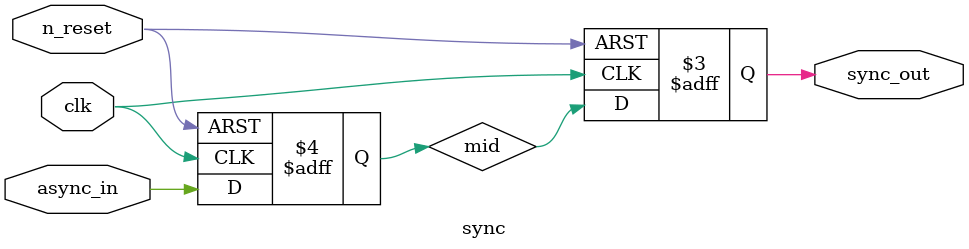
<source format=sv>
module sync
(
	input wire clk,
	input wire n_reset,
	input wire async_in,
	output reg sync_out
);
	
	reg mid;
	always_ff @ (posedge clk, negedge n_reset)
	begin
		if(n_reset == 1'b0)
		begin
			mid <= 1'b0;
			sync_out <= 1'b0;
		end
		else
		begin
			mid <= async_in;
			sync_out <= mid;
		end
	end
endmodule 

</source>
